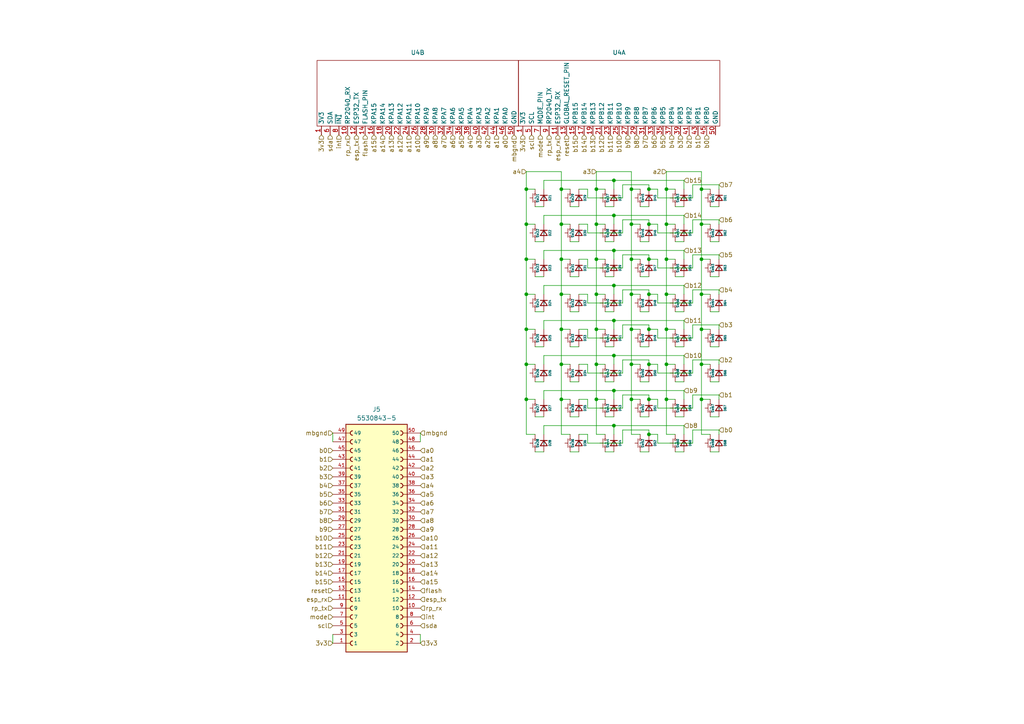
<source format=kicad_sch>
(kicad_sch (version 20230121) (generator eeschema)
  (paper "A4")
  (junction (at 178.054 92.964))
  (junction (at 152.654 115.824))
  (junction (at 193.294 75.184))
  (junction (at 203.454 65.024))
  (junction (at 183.134 54.864))
  (junction (at 203.454 54.864))
  (junction (at 183.134 105.664))
  (junction (at 183.134 85.344))
  (junction (at 152.654 85.344))
  (junction (at 188.214 125.984))
  (junction (at 193.294 105.664))
  (junction (at 162.814 95.504))
  (junction (at 172.974 75.184))
  (junction (at 172.974 54.864))
  (junction (at 172.974 85.344))
  (junction (at 203.454 115.824))
  (junction (at 162.814 115.824))
  (junction (at 178.054 123.444))
  (junction (at 152.654 65.024))
  (junction (at 178.054 62.484))
  (junction (at 183.134 115.824))
  (junction (at 193.294 54.864))
  (junction (at 152.654 75.184))
  (junction (at 193.294 65.024))
  (junction (at 172.974 95.504))
  (junction (at 193.294 115.824))
  (junction (at 203.454 105.664))
  (junction (at 188.214 105.664))
  (junction (at 162.814 54.864))
  (junction (at 178.054 52.324))
  (junction (at 183.134 95.504))
  (junction (at 152.654 95.504))
  (junction (at 188.214 65.024))
  (junction (at 203.454 75.184))
  (junction (at 178.054 113.284))
  (junction (at 193.294 95.504))
  (junction (at 183.134 65.024))
  (junction (at 172.974 65.024))
  (junction (at 162.814 75.184))
  (junction (at 193.294 85.344))
  (junction (at 188.214 54.864))
  (junction (at 178.054 72.644))
  (junction (at 178.054 103.124))
  (junction (at 152.654 105.664))
  (junction (at 172.974 105.664))
  (junction (at 152.654 54.864))
  (junction (at 188.214 85.344))
  (junction (at 203.454 85.344))
  (junction (at 188.214 115.824))
  (junction (at 172.974 115.824))
  (junction (at 162.814 85.344))
  (junction (at 188.214 95.504))
  (junction (at 162.814 65.024))
  (junction (at 188.214 75.184))
  (junction (at 203.454 95.504))
  (junction (at 178.054 82.804))
  (junction (at 183.134 75.184))
  (junction (at 162.814 105.664))
  (wire (pts (xy 175.514 110.744) (xy 178.054 110.744)))
  (wire (pts (xy 157.734 113.284) (xy 157.734 115.824)))
  (wire (pts (xy 185.674 59.944) (xy 188.214 59.944)))
  (wire (pts (xy 185.674 110.744) (xy 188.214 110.744)))
  (wire (pts (xy 152.654 125.984) (xy 155.194 125.984)))
  (wire (pts (xy 200.914 108.204) (xy 200.914 104.394)))
  (wire (pts (xy 170.434 67.564) (xy 180.594 67.564)))
  (wire (pts (xy 203.454 54.864) (xy 203.454 65.024)))
  (wire (pts (xy 157.734 85.344) (xy 157.734 82.804)))
  (wire (pts (xy 208.534 73.914) (xy 208.534 75.184)))
  (wire (pts (xy 200.914 53.594) (xy 208.534 53.594)))
  (wire (pts (xy 178.054 62.484) (xy 157.734 62.484)))
  (wire (pts (xy 195.834 80.264) (xy 198.374 80.264)))
  (wire (pts (xy 183.134 75.184) (xy 185.674 75.184)))
  (wire (pts (xy 183.134 65.024) (xy 183.134 75.184)))
  (wire (pts (xy 162.814 75.184) (xy 165.354 75.184)))
  (wire (pts (xy 152.654 65.024) (xy 152.654 75.184)))
  (wire (pts (xy 167.894 65.024) (xy 170.434 65.024)))
  (wire (pts (xy 185.674 80.264) (xy 188.214 80.264)))
  (wire (pts (xy 190.754 105.664) (xy 190.754 108.204)))
  (wire (pts (xy 167.894 105.664) (xy 170.434 105.664)))
  (wire (pts (xy 167.894 75.184) (xy 170.434 75.184)))
  (wire (pts (xy 208.534 94.234) (xy 208.534 95.504)))
  (wire (pts (xy 190.754 85.344) (xy 190.754 87.884)))
  (wire (pts (xy 208.534 104.394) (xy 208.534 105.664)))
  (wire (pts (xy 178.054 123.444) (xy 198.374 123.444)))
  (wire (pts (xy 175.514 120.904) (xy 178.054 120.904)))
  (wire (pts (xy 190.754 95.504) (xy 190.754 98.044)))
  (wire (pts (xy 188.214 84.074) (xy 188.214 85.344)))
  (wire (pts (xy 170.434 57.404) (xy 180.594 57.404)))
  (wire (pts (xy 175.514 80.264) (xy 178.054 80.264)))
  (wire (pts (xy 180.594 98.044) (xy 180.594 94.234)))
  (wire (pts (xy 200.914 84.074) (xy 208.534 84.074)))
  (wire (pts (xy 167.894 85.344) (xy 170.434 85.344)))
  (wire (pts (xy 157.734 125.984) (xy 157.734 123.444)))
  (wire (pts (xy 152.654 105.664) (xy 152.654 115.824)))
  (wire (pts (xy 193.294 49.784) (xy 193.294 54.864)))
  (wire (pts (xy 162.814 85.344) (xy 165.354 85.344)))
  (wire (pts (xy 178.054 54.864) (xy 178.054 52.324)))
  (wire (pts (xy 203.454 65.024) (xy 205.994 65.024)))
  (wire (pts (xy 121.92 184.023) (xy 121.92 186.563)))
  (wire (pts (xy 152.654 49.784) (xy 152.654 54.864)))
  (wire (pts (xy 172.974 125.984) (xy 175.514 125.984)))
  (wire (pts (xy 165.354 100.584) (xy 167.894 100.584)))
  (wire (pts (xy 198.374 105.664) (xy 198.374 103.124)))
  (wire (pts (xy 188.214 73.914) (xy 188.214 75.184)))
  (wire (pts (xy 178.054 103.124) (xy 178.054 105.664)))
  (wire (pts (xy 183.134 54.864) (xy 183.134 49.784)))
  (wire (pts (xy 198.374 92.964) (xy 178.054 92.964)))
  (wire (pts (xy 170.434 128.524) (xy 180.594 128.524)))
  (wire (pts (xy 188.214 54.864) (xy 190.754 54.864)))
  (wire (pts (xy 193.294 105.664) (xy 195.834 105.664)))
  (wire (pts (xy 180.594 84.074) (xy 188.214 84.074)))
  (wire (pts (xy 190.754 118.364) (xy 200.914 118.364)))
  (wire (pts (xy 190.754 65.024) (xy 190.754 67.564)))
  (wire (pts (xy 190.754 108.204) (xy 200.914 108.204)))
  (wire (pts (xy 165.354 110.744) (xy 167.894 110.744)))
  (wire (pts (xy 198.374 75.184) (xy 198.374 72.644)))
  (wire (pts (xy 188.214 105.664) (xy 190.754 105.664)))
  (wire (pts (xy 190.754 115.824) (xy 190.754 118.364)))
  (wire (pts (xy 162.814 105.664) (xy 165.354 105.664)))
  (wire (pts (xy 185.674 131.064) (xy 188.214 131.064)))
  (wire (pts (xy 172.974 65.024) (xy 175.514 65.024)))
  (wire (pts (xy 188.214 65.024) (xy 190.754 65.024)))
  (wire (pts (xy 175.514 59.944) (xy 178.054 59.944)))
  (wire (pts (xy 195.834 131.064) (xy 198.374 131.064)))
  (wire (pts (xy 183.134 105.664) (xy 185.674 105.664)))
  (wire (pts (xy 203.454 125.984) (xy 205.994 125.984)))
  (wire (pts (xy 170.434 118.364) (xy 180.594 118.364)))
  (wire (pts (xy 203.454 115.824) (xy 203.454 125.984)))
  (wire (pts (xy 152.654 54.864) (xy 152.654 65.024)))
  (wire (pts (xy 205.994 54.864) (xy 203.454 54.864)))
  (wire (pts (xy 195.834 110.744) (xy 198.374 110.744)))
  (wire (pts (xy 198.374 65.024) (xy 198.374 62.484)))
  (wire (pts (xy 180.594 124.714) (xy 188.214 124.714)))
  (wire (pts (xy 198.374 95.504) (xy 198.374 92.964)))
  (wire (pts (xy 205.994 100.584) (xy 208.534 100.584)))
  (wire (pts (xy 157.734 52.324) (xy 178.054 52.324)))
  (wire (pts (xy 208.534 84.074) (xy 208.534 85.344)))
  (wire (pts (xy 167.894 115.824) (xy 170.434 115.824)))
  (wire (pts (xy 203.454 54.864) (xy 203.454 49.784)))
  (wire (pts (xy 170.434 77.724) (xy 180.594 77.724)))
  (wire (pts (xy 172.974 65.024) (xy 172.974 75.184)))
  (wire (pts (xy 165.354 120.904) (xy 167.894 120.904)))
  (wire (pts (xy 155.194 54.864) (xy 152.654 54.864)))
  (wire (pts (xy 190.754 87.884) (xy 200.914 87.884)))
  (wire (pts (xy 193.294 105.664) (xy 193.294 115.824)))
  (wire (pts (xy 170.434 85.344) (xy 170.434 87.884)))
  (wire (pts (xy 203.454 95.504) (xy 205.994 95.504)))
  (wire (pts (xy 180.594 118.364) (xy 180.594 114.554)))
  (wire (pts (xy 208.534 63.754) (xy 208.534 65.024)))
  (wire (pts (xy 193.294 95.504) (xy 195.834 95.504)))
  (wire (pts (xy 200.914 94.234) (xy 208.534 94.234)))
  (wire (pts (xy 188.214 95.504) (xy 190.754 95.504)))
  (wire (pts (xy 205.994 80.264) (xy 208.534 80.264)))
  (wire (pts (xy 183.134 105.664) (xy 183.134 115.824)))
  (wire (pts (xy 195.834 120.904) (xy 198.374 120.904)))
  (wire (pts (xy 172.974 115.824) (xy 172.974 125.984)))
  (wire (pts (xy 157.734 123.444) (xy 178.054 123.444)))
  (wire (pts (xy 157.734 92.964) (xy 157.734 95.504)))
  (wire (pts (xy 185.674 120.904) (xy 188.214 120.904)))
  (wire (pts (xy 195.834 54.864) (xy 193.294 54.864)))
  (wire (pts (xy 183.134 54.864) (xy 183.134 65.024)))
  (wire (pts (xy 178.054 65.024) (xy 178.054 62.484)))
  (wire (pts (xy 203.454 105.664) (xy 205.994 105.664)))
  (wire (pts (xy 170.434 108.204) (xy 180.594 108.204)))
  (wire (pts (xy 155.194 80.264) (xy 157.734 80.264)))
  (wire (pts (xy 183.134 115.824) (xy 183.134 125.984)))
  (wire (pts (xy 185.674 54.864) (xy 183.134 54.864)))
  (wire (pts (xy 178.054 92.964) (xy 157.734 92.964)))
  (wire (pts (xy 200.914 124.714) (xy 208.534 124.714)))
  (wire (pts (xy 188.214 53.594) (xy 188.214 54.864)))
  (wire (pts (xy 165.354 70.104) (xy 167.894 70.104)))
  (wire (pts (xy 180.594 63.754) (xy 188.214 63.754)))
  (wire (pts (xy 190.754 54.864) (xy 190.754 57.404)))
  (wire (pts (xy 188.214 124.714) (xy 188.214 125.984)))
  (wire (pts (xy 152.654 65.024) (xy 155.194 65.024)))
  (wire (pts (xy 200.914 118.364) (xy 200.914 114.554)))
  (wire (pts (xy 193.294 85.344) (xy 193.294 95.504)))
  (wire (pts (xy 208.534 124.714) (xy 208.534 125.984)))
  (wire (pts (xy 162.814 54.864) (xy 162.814 65.024)))
  (wire (pts (xy 205.994 90.424) (xy 208.534 90.424)))
  (wire (pts (xy 157.734 72.644) (xy 157.734 75.184)))
  (wire (pts (xy 183.134 65.024) (xy 185.674 65.024)))
  (wire (pts (xy 205.994 110.744) (xy 208.534 110.744)))
  (wire (pts (xy 180.594 104.394) (xy 188.214 104.394)))
  (wire (pts (xy 178.054 75.184) (xy 178.054 72.644)))
  (wire (pts (xy 152.654 115.824) (xy 152.654 125.984)))
  (wire (pts (xy 180.594 128.524) (xy 180.594 124.714)))
  (wire (pts (xy 152.654 105.664) (xy 155.194 105.664)))
  (wire (pts (xy 183.134 49.784) (xy 172.974 49.784)))
  (wire (pts (xy 203.454 75.184) (xy 205.994 75.184)))
  (wire (pts (xy 165.354 131.064) (xy 167.894 131.064)))
  (wire (pts (xy 170.434 87.884) (xy 180.594 87.884)))
  (wire (pts (xy 178.054 82.804) (xy 198.374 82.804)))
  (wire (pts (xy 175.514 70.104) (xy 178.054 70.104)))
  (wire (pts (xy 172.974 75.184) (xy 175.514 75.184)))
  (wire (pts (xy 162.814 85.344) (xy 162.814 95.504)))
  (wire (pts (xy 162.814 65.024) (xy 165.354 65.024)))
  (wire (pts (xy 180.594 73.914) (xy 188.214 73.914)))
  (wire (pts (xy 178.054 123.444) (xy 178.054 125.984)))
  (wire (pts (xy 200.914 104.394) (xy 208.534 104.394)))
  (wire (pts (xy 152.654 75.184) (xy 152.654 85.344)))
  (wire (pts (xy 162.814 75.184) (xy 162.814 85.344)))
  (wire (pts (xy 167.894 95.504) (xy 170.434 95.504)))
  (wire (pts (xy 193.294 75.184) (xy 193.294 85.344)))
  (wire (pts (xy 200.914 63.754) (xy 208.534 63.754)))
  (wire (pts (xy 170.434 95.504) (xy 170.434 98.044)))
  (wire (pts (xy 195.834 59.944) (xy 198.374 59.944)))
  (wire (pts (xy 198.374 85.344) (xy 198.374 82.804)))
  (wire (pts (xy 172.974 54.864) (xy 172.974 65.024)))
  (wire (pts (xy 152.654 95.504) (xy 155.194 95.504)))
  (wire (pts (xy 170.434 98.044) (xy 180.594 98.044)))
  (wire (pts (xy 203.454 95.504) (xy 203.454 105.664)))
  (wire (pts (xy 172.974 49.784) (xy 172.974 54.864)))
  (wire (pts (xy 200.914 57.404) (xy 200.914 53.594)))
  (wire (pts (xy 162.814 95.504) (xy 162.814 105.664)))
  (wire (pts (xy 180.594 94.234) (xy 188.214 94.234)))
  (wire (pts (xy 200.914 67.564) (xy 200.914 63.754)))
  (wire (pts (xy 185.674 100.584) (xy 188.214 100.584)))
  (wire (pts (xy 175.514 90.424) (xy 178.054 90.424)))
  (wire (pts (xy 172.974 75.184) (xy 172.974 85.344)))
  (wire (pts (xy 157.734 105.664) (xy 157.734 103.124)))
  (wire (pts (xy 155.194 110.744) (xy 157.734 110.744)))
  (wire (pts (xy 208.534 53.594) (xy 208.534 54.864)))
  (wire (pts (xy 193.294 65.024) (xy 193.294 75.184)))
  (wire (pts (xy 205.994 70.104) (xy 208.534 70.104)))
  (wire (pts (xy 185.674 70.104) (xy 188.214 70.104)))
  (wire (pts (xy 170.434 125.984) (xy 170.434 128.524)))
  (wire (pts (xy 172.974 85.344) (xy 175.514 85.344)))
  (wire (pts (xy 190.754 75.184) (xy 190.754 77.724)))
  (wire (pts (xy 172.974 85.344) (xy 172.974 95.504)))
  (wire (pts (xy 193.294 95.504) (xy 193.294 105.664)))
  (wire (pts (xy 170.434 54.864) (xy 170.434 57.404)))
  (wire (pts (xy 152.654 85.344) (xy 152.654 95.504)))
  (wire (pts (xy 162.814 125.984) (xy 165.354 125.984)))
  (wire (pts (xy 203.454 65.024) (xy 203.454 75.184)))
  (wire (pts (xy 188.214 115.824) (xy 190.754 115.824)))
  (wire (pts (xy 170.434 115.824) (xy 170.434 118.364)))
  (wire (pts (xy 203.454 115.824) (xy 205.994 115.824)))
  (wire (pts (xy 183.134 95.504) (xy 185.674 95.504)))
  (wire (pts (xy 96.52 184.023) (xy 96.52 186.563)))
  (wire (pts (xy 193.294 54.864) (xy 193.294 65.024)))
  (wire (pts (xy 178.054 115.824) (xy 178.054 113.284)))
  (wire (pts (xy 188.214 114.554) (xy 188.214 115.824)))
  (wire (pts (xy 162.814 115.824) (xy 162.814 125.984)))
  (wire (pts (xy 155.194 100.584) (xy 157.734 100.584)))
  (wire (pts (xy 203.454 105.664) (xy 203.454 115.824)))
  (wire (pts (xy 190.754 67.564) (xy 200.914 67.564)))
  (wire (pts (xy 185.674 90.424) (xy 188.214 90.424)))
  (wire (pts (xy 175.514 131.064) (xy 178.054 131.064)))
  (wire (pts (xy 162.814 54.864) (xy 162.814 49.784)))
  (wire (pts (xy 198.374 72.644) (xy 178.054 72.644)))
  (wire (pts (xy 172.974 105.664) (xy 172.974 115.824)))
  (wire (pts (xy 200.914 77.724) (xy 200.914 73.914)))
  (wire (pts (xy 205.994 131.064) (xy 208.534 131.064)))
  (wire (pts (xy 200.914 128.524) (xy 200.914 124.714)))
  (wire (pts (xy 188.214 63.754) (xy 188.214 65.024)))
  (wire (pts (xy 200.914 87.884) (xy 200.914 84.074)))
  (wire (pts (xy 193.294 125.984) (xy 195.834 125.984)))
  (wire (pts (xy 96.52 125.603) (xy 96.52 128.143)))
  (wire (pts (xy 200.914 98.044) (xy 200.914 94.234)))
  (wire (pts (xy 195.834 70.104) (xy 198.374 70.104)))
  (wire (pts (xy 183.134 85.344) (xy 183.134 95.504)))
  (wire (pts (xy 172.974 105.664) (xy 175.514 105.664)))
  (wire (pts (xy 155.194 131.064) (xy 157.734 131.064)))
  (wire (pts (xy 190.754 98.044) (xy 200.914 98.044)))
  (wire (pts (xy 190.754 57.404) (xy 200.914 57.404)))
  (wire (pts (xy 178.054 103.124) (xy 198.374 103.124)))
  (wire (pts (xy 155.194 59.944) (xy 157.734 59.944)))
  (wire (pts (xy 172.974 115.824) (xy 175.514 115.824)))
  (wire (pts (xy 172.974 95.504) (xy 175.514 95.504)))
  (wire (pts (xy 188.214 85.344) (xy 190.754 85.344)))
  (wire (pts (xy 152.654 115.824) (xy 155.194 115.824)))
  (wire (pts (xy 152.654 85.344) (xy 155.194 85.344)))
  (wire (pts (xy 178.054 113.284) (xy 157.734 113.284)))
  (wire (pts (xy 178.054 52.324) (xy 198.374 52.324)))
  (wire (pts (xy 198.374 62.484) (xy 178.054 62.484)))
  (wire (pts (xy 155.194 120.904) (xy 157.734 120.904)))
  (wire (pts (xy 203.454 75.184) (xy 203.454 85.344)))
  (wire (pts (xy 195.834 90.424) (xy 198.374 90.424)))
  (wire (pts (xy 183.134 125.984) (xy 185.674 125.984)))
  (wire (pts (xy 162.814 49.784) (xy 152.654 49.784)))
  (wire (pts (xy 165.354 80.264) (xy 167.894 80.264)))
  (wire (pts (xy 170.434 105.664) (xy 170.434 108.204)))
  (wire (pts (xy 178.054 82.804) (xy 178.054 85.344)))
  (wire (pts (xy 200.914 73.914) (xy 208.534 73.914)))
  (wire (pts (xy 190.754 77.724) (xy 200.914 77.724)))
  (wire (pts (xy 162.814 65.024) (xy 162.814 75.184)))
  (wire (pts (xy 193.294 65.024) (xy 195.834 65.024)))
  (wire (pts (xy 198.374 52.324) (xy 198.374 54.864)))
  (wire (pts (xy 198.374 113.284) (xy 198.374 115.824)))
  (wire (pts (xy 165.354 59.944) (xy 167.894 59.944)))
  (wire (pts (xy 165.354 90.424) (xy 167.894 90.424)))
  (wire (pts (xy 198.374 125.984) (xy 198.374 123.444)))
  (wire (pts (xy 178.054 92.964) (xy 178.054 95.504)))
  (wire (pts (xy 190.754 128.524) (xy 200.914 128.524)))
  (wire (pts (xy 167.894 125.984) (xy 170.434 125.984)))
  (wire (pts (xy 188.214 104.394) (xy 188.214 105.664)))
  (wire (pts (xy 208.534 114.554) (xy 208.534 115.824)))
  (wire (pts (xy 175.514 100.584) (xy 178.054 100.584)))
  (wire (pts (xy 183.134 115.824) (xy 185.674 115.824)))
  (wire (pts (xy 180.594 57.404) (xy 180.594 53.594)))
  (wire (pts (xy 193.294 75.184) (xy 195.834 75.184)))
  (wire (pts (xy 155.194 70.104) (xy 157.734 70.104)))
  (wire (pts (xy 195.834 100.584) (xy 198.374 100.584)))
  (wire (pts (xy 157.734 62.484) (xy 157.734 65.024)))
  (wire (pts (xy 170.434 75.184) (xy 170.434 77.724)))
  (wire (pts (xy 172.974 95.504) (xy 172.974 105.664)))
  (wire (pts (xy 162.814 105.664) (xy 162.814 115.824)))
  (wire (pts (xy 121.92 125.603) (xy 121.92 128.143)))
  (wire (pts (xy 205.994 120.904) (xy 208.534 120.904)))
  (wire (pts (xy 203.454 85.344) (xy 203.454 95.504)))
  (wire (pts (xy 183.134 95.504) (xy 183.134 105.664)))
  (wire (pts (xy 157.734 103.124) (xy 178.054 103.124)))
  (wire (pts (xy 193.294 115.824) (xy 193.294 125.984)))
  (wire (pts (xy 162.814 95.504) (xy 165.354 95.504)))
  (wire (pts (xy 152.654 75.184) (xy 155.194 75.184)))
  (wire (pts (xy 180.594 108.204) (xy 180.594 104.394)))
  (wire (pts (xy 188.214 75.184) (xy 190.754 75.184)))
  (wire (pts (xy 193.294 85.344) (xy 195.834 85.344)))
  (wire (pts (xy 183.134 75.184) (xy 183.134 85.344)))
  (wire (pts (xy 180.594 87.884) (xy 180.594 84.074)))
  (wire (pts (xy 203.454 85.344) (xy 205.994 85.344)))
  (wire (pts (xy 188.214 94.234) (xy 188.214 95.504)))
  (wire (pts (xy 180.594 53.594) (xy 188.214 53.594)))
  (wire (pts (xy 175.514 54.864) (xy 172.974 54.864)))
  (wire (pts (xy 203.454 49.784) (xy 193.294 49.784)))
  (wire (pts (xy 167.894 54.864) (xy 170.434 54.864)))
  (wire (pts (xy 178.054 72.644) (xy 157.734 72.644)))
  (wire (pts (xy 180.594 67.564) (xy 180.594 63.754)))
  (wire (pts (xy 155.194 90.424) (xy 157.734 90.424)))
  (wire (pts (xy 200.914 114.554) (xy 208.534 114.554)))
  (wire (pts (xy 152.654 95.504) (xy 152.654 105.664)))
  (wire (pts (xy 162.814 115.824) (xy 165.354 115.824)))
  (wire (pts (xy 180.594 77.724) (xy 180.594 73.914)))
  (wire (pts (xy 188.214 125.984) (xy 190.754 125.984)))
  (wire (pts (xy 157.734 82.804) (xy 178.054 82.804)))
  (wire (pts (xy 193.294 115.824) (xy 195.834 115.824)))
  (wire (pts (xy 170.434 65.024) (xy 170.434 67.564)))
  (wire (pts (xy 183.134 85.344) (xy 185.674 85.344)))
  (wire (pts (xy 198.374 113.284) (xy 178.054 113.284)))
  (wire (pts (xy 205.994 59.944) (xy 208.534 59.944)))
  (wire (pts (xy 157.734 54.864) (xy 157.734 52.324)))
  (wire (pts (xy 180.594 114.554) (xy 188.214 114.554)))
  (wire (pts (xy 165.354 54.864) (xy 162.814 54.864)))
  (wire (pts (xy 190.754 125.984) (xy 190.754 128.524)))
  (hierarchical_label "a14" (shape input) (at 121.92 166.243 0))
  (hierarchical_label "b5" (shape input) (at 192.278 39.116 270))
  (hierarchical_label "a5" (shape input) (at 121.92 143.383 0))
  (hierarchical_label "mode" (shape input) (at 96.52 178.943 180))
  (hierarchical_label "a13" (shape input) (at 113.538 39.116 270))
  (hierarchical_label "reset" (shape input) (at 96.52 171.323 180))
  (hierarchical_label "b6" (shape input) (at 208.534 63.754 0))
  (hierarchical_label "a11" (shape input) (at 118.618 39.116 270))
  (hierarchical_label "b11" (shape input) (at 96.52 158.623 180))
  (hierarchical_label "a4" (shape input) (at 136.398 39.116 270))
  (hierarchical_label "b4" (shape input) (at 208.534 84.074 0))
  (hierarchical_label "scl" (shape input) (at 96.52 181.483 180))
  (hierarchical_label "a13" (shape input) (at 121.92 163.703 0))
  (hierarchical_label "a1" (shape input) (at 121.92 133.223 0))
  (hierarchical_label "b9" (shape input) (at 96.52 153.543 180))
  (hierarchical_label "b13" (shape input) (at 171.958 39.116 270))
  (hierarchical_label "b3" (shape input) (at 197.358 39.116 270))
  (hierarchical_label "a2" (shape input) (at 121.92 135.763 0))
  (hierarchical_label "b2" (shape input) (at 208.534 104.394 0))
  (hierarchical_label "b3" (shape input) (at 96.52 138.303 180))
  (hierarchical_label "b4" (shape input) (at 96.52 140.843 180))
  (hierarchical_label "a5" (shape input) (at 133.858 39.116 270))
  (hierarchical_label "b13" (shape input) (at 198.374 72.644 0))
  (hierarchical_label "b0" (shape input) (at 204.978 39.116 270))
  (hierarchical_label "a6" (shape input) (at 131.318 39.116 270))
  (hierarchical_label "a8" (shape input) (at 121.92 151.003 0))
  (hierarchical_label "mode" (shape input) (at 156.718 39.116 270))
  (hierarchical_label "mbgnd" (shape input) (at 149.098 39.116 270))
  (hierarchical_label "a3" (shape input) (at 121.92 138.303 0))
  (hierarchical_label "esp_rx" (shape input) (at 161.798 39.116 270))
  (hierarchical_label "a15" (shape input) (at 121.92 168.783 0))
  (hierarchical_label "3v3" (shape input) (at 93.218 39.116 270))
  (hierarchical_label "b13" (shape input) (at 96.52 163.703 180))
  (hierarchical_label "flash" (shape input) (at 121.92 171.323 0))
  (hierarchical_label "a15" (shape input) (at 108.458 39.116 270))
  (hierarchical_label "a7" (shape input) (at 121.92 148.463 0))
  (hierarchical_label "rp_tx" (shape input) (at 159.258 39.116 270))
  (hierarchical_label "a10" (shape input) (at 121.158 39.116 270))
  (hierarchical_label "b15" (shape input) (at 198.374 52.324 0))
  (hierarchical_label "a2" (shape input) (at 193.294 49.784 180))
  (hierarchical_label "a9" (shape input) (at 123.698 39.116 270))
  (hierarchical_label "flash" (shape input) (at 105.918 39.116 270))
  (hierarchical_label "a9" (shape input) (at 121.92 153.543 0))
  (hierarchical_label "a3" (shape input) (at 138.938 39.116 270))
  (hierarchical_label "b11" (shape input) (at 198.374 92.964 0))
  (hierarchical_label "b15" (shape input) (at 166.878 39.116 270))
  (hierarchical_label "b4" (shape input) (at 194.818 39.116 270))
  (hierarchical_label "b15" (shape input) (at 96.52 168.783 180))
  (hierarchical_label "scl" (shape input) (at 154.178 39.116 270))
  (hierarchical_label "b11" (shape input) (at 177.038 39.116 270))
  (hierarchical_label "a7" (shape input) (at 128.778 39.116 270))
  (hierarchical_label "b5" (shape input) (at 96.52 143.383 180))
  (hierarchical_label "int" (shape input) (at 121.92 178.943 0))
  (hierarchical_label "a4" (shape input) (at 121.92 140.843 0))
  (hierarchical_label "b12" (shape input) (at 174.498 39.116 270))
  (hierarchical_label "b9" (shape input) (at 198.374 113.284 0))
  (hierarchical_label "rp_tx" (shape input) (at 96.52 176.403 180))
  (hierarchical_label "b2" (shape input) (at 199.898 39.116 270))
  (hierarchical_label "a2" (shape input) (at 141.478 39.116 270))
  (hierarchical_label "b5" (shape input) (at 208.534 73.914 0))
  (hierarchical_label "a1" (shape input) (at 144.018 39.116 270))
  (hierarchical_label "rp_rx" (shape input) (at 100.838 39.116 270))
  (hierarchical_label "b6" (shape input) (at 189.738 39.116 270))
  (hierarchical_label "3v3" (shape input) (at 121.92 186.563 0))
  (hierarchical_label "sda" (shape input) (at 121.92 181.483 0))
  (hierarchical_label "b10" (shape input) (at 96.52 156.083 180))
  (hierarchical_label "a11" (shape input) (at 121.92 158.623 0))
  (hierarchical_label "b14" (shape input) (at 198.374 62.484 0))
  (hierarchical_label "a0" (shape input) (at 146.558 39.116 270))
  (hierarchical_label "b7" (shape input) (at 208.534 53.594 0))
  (hierarchical_label "b1" (shape input) (at 202.438 39.116 270))
  (hierarchical_label "sda" (shape input) (at 95.758 39.116 270))
  (hierarchical_label "a12" (shape input) (at 121.92 161.163 0))
  (hierarchical_label "b7" (shape input) (at 187.198 39.116 270))
  (hierarchical_label "b2" (shape input) (at 96.52 135.763 180))
  (hierarchical_label "3v3" (shape input) (at 96.52 186.563 180))
  (hierarchical_label "b8" (shape input) (at 184.658 39.116 270))
  (hierarchical_label "b0" (shape input) (at 208.534 124.714 0))
  (hierarchical_label "b10" (shape input) (at 198.374 103.124 0))
  (hierarchical_label "b8" (shape input) (at 96.52 151.003 180))
  (hierarchical_label "b1" (shape input) (at 96.52 133.223 180))
  (hierarchical_label "b12" (shape input) (at 96.52 161.163 180))
  (hierarchical_label "b1" (shape input) (at 208.534 114.554 0))
  (hierarchical_label "esp_tx" (shape input) (at 121.92 173.863 0))
  (hierarchical_label "b14" (shape input) (at 169.418 39.116 270))
  (hierarchical_label "esp_rx" (shape input) (at 96.52 173.863 180))
  (hierarchical_label "a10" (shape input) (at 121.92 156.083 0))
  (hierarchical_label "b12" (shape input) (at 198.374 82.804 0))
  (hierarchical_label "esp_tx" (shape input) (at 103.378 39.116 270))
  (hierarchical_label "a3" (shape input) (at 172.974 49.784 180))
  (hierarchical_label "b14" (shape input) (at 96.52 166.243 180))
  (hierarchical_label "rp_rx" (shape input) (at 121.92 176.403 0))
  (hierarchical_label "b9" (shape input) (at 182.118 39.116 270))
  (hierarchical_label "mbgnd" (shape input) (at 121.92 125.603 0))
  (hierarchical_label "a8" (shape input) (at 126.238 39.116 270))
  (hierarchical_label "a6" (shape input) (at 121.92 145.923 0))
  (hierarchical_label "a14" (shape input) (at 110.998 39.116 270))
  (hierarchical_label "a4" (shape input) (at 152.654 49.784 180))
  (hierarchical_label "b6" (shape input) (at 96.52 145.923 180))
  (hierarchical_label "b8" (shape input) (at 198.374 123.444 0))
  (hierarchical_label "b7" (shape input) (at 96.52 148.463 180))
  (hierarchical_label "b10" (shape input) (at 179.578 39.116 270))
  (hierarchical_label "a12" (shape input) (at 116.078 39.116 270))
  (hierarchical_label "b0" (shape input) (at 96.52 130.683 180))
  (hierarchical_label "int" (shape input) (at 98.298 39.116 270))
  (hierarchical_label "mbgnd" (shape input) (at 96.52 125.603 180))
  (hierarchical_label "reset" (shape input) (at 164.338 39.116 270))
  (hierarchical_label "b3" (shape input) (at 208.534 94.234 0))
  (hierarchical_label "a0" (shape input) (at 121.92 130.683 0))
  (hierarchical_label "3v3" (shape input) (at 151.638 39.116 270))
  (symbol (lib_name "diode_1") (lib_id "custom:diode") (at 208.534 128.524 270) (unit 1)
    (property "Reference" "D68" (at 210.312 128.524 0) (effects (font (size 0.635 0.635))))
    (property "Value" "~" (at 208.534 128.524 0))
    (property "Footprint" "footprints:SMA_SDS" (effects hide))
  )
  (symbol (lib_id "custom:SW_Push_Small") (at 205.994 118.364 90) (unit 1)
    (property "Reference" "SW67" (at 206.756 117.094 0) (effects (font (size 0.635 0.635)) (justify right)))
    (property "Value" "~" (at 205.994 118.364 0))
    (property "Footprint" "Button_Switch_SMD:SW_Tactile_SPST_NO_Straight_CK_PTS636Sx25SMTRLFS" (effects hide))
  )
  (symbol (lib_name "diode_1") (lib_id "custom:diode") (at 178.054 57.404 270) (unit 1)
    (property "Reference" "D37" (at 179.832 57.404 0) (effects (font (size 0.635 0.635))))
    (property "Value" "~" (at 178.054 57.404 0))
    (property "Footprint" "footprints:SMA_SDS" (effects hide))
  )
  (symbol (lib_id "custom:button") (at -26.67 36.322 0) (unit 1) (in_bom no) (on_board no) (dnp yes)
    (property "Reference" "SW1" (at -26.67 30.48 0))
    (property "Value" "KP_CTRL" (at -26.67 32.258 0))
    (property "Footprint" "Button_Switch_SMD:SW_Tactile_SPST_NO_Straight_CK_PTS636Sx25SMTRLFS" (effects hide))
    (property "Sim.Enable" "0" (effects hide))
  )
  (symbol (lib_name "diode_1") (lib_id "custom:diode") (at 167.894 57.404 270) (unit 1)
    (property "Reference" "D29" (at 169.672 57.404 0) (effects (font (size 0.635 0.635))))
    (property "Value" "~" (at 167.894 57.404 0))
    (property "Footprint" "footprints:SMA_SDS" (effects hide))
  )
  (symbol (lib_id "custom:SW_Push_Small") (at 205.994 57.404 90) (unit 1)
    (property "Reference" "SW61" (at 206.756 56.134 0) (effects (font (size 0.635 0.635)) (justify right)))
    (property "Value" "~" (at 205.994 57.404 0))
    (property "Footprint" "Button_Switch_SMD:SW_Tactile_SPST_NO_Straight_CK_PTS636Sx25SMTRLFS" (effects hide))
  )
  (symbol (lib_id "custom:SW_Push_Small") (at 185.674 57.404 90) (unit 1)
    (property "Reference" "SW45" (at 186.436 56.134 0) (effects (font (size 0.635 0.635)) (justify right)))
    (property "Value" "~" (at 185.674 57.404 0))
    (property "Footprint" "Button_Switch_SMD:SW_Tactile_SPST_NO_Straight_CK_PTS636Sx25SMTRLFS" (effects hide))
  )
  (symbol (lib_name "diode_1") (lib_id "custom:diode") (at 178.054 108.204 270) (unit 1)
    (property "Reference" "D42" (at 179.832 108.204 0) (effects (font (size 0.635 0.635))))
    (property "Value" "~" (at 178.054 108.204 0))
    (property "Footprint" "footprints:SMA_SDS" (effects hide))
  )
  (symbol (lib_name "diode_1") (lib_id "custom:diode") (at 208.534 108.204 270) (unit 1)
    (property "Reference" "D66" (at 210.312 108.204 0) (effects (font (size 0.635 0.635))))
    (property "Value" "~" (at 208.534 108.204 0))
    (property "Footprint" "footprints:SMA_SDS" (effects hide))
  )
  (symbol (lib_name "diode_1") (lib_id "custom:diode") (at 198.374 128.524 270) (unit 1)
    (property "Reference" "D60" (at 200.152 128.524 0) (effects (font (size 0.635 0.635))))
    (property "Value" "~" (at 198.374 128.524 0))
    (property "Footprint" "footprints:SMA_SDS" (effects hide))
  )
  (symbol (lib_id "5530843-5:5530843-5") (at 109.22 156.083 0) (mirror x) (unit 1)
    (property "Reference" "J5" (at 109.22 118.745 0))
    (property "Value" "5530843-5" (at 109.22 121.285 0))
    (property "Footprint" "5530843_5:edgeport" (effects hide))
    (property "PARTREV" "G1" (effects hide))
    (property "STANDARD" "Manufacturer Recommendations" (effects hide))
    (property "MAXIMUM_PACKAGE_HEIGHT" "15.5 mm" (effects hide))
    (property "MANUFACTURER" "TE Connectivity" (effects hide))
  )
  (symbol (lib_name "diode_1") (lib_id "custom:diode") (at 188.214 118.364 270) (unit 1)
    (property "Reference" "D51" (at 189.992 118.364 0) (effects (font (size 0.635 0.635))))
    (property "Value" "~" (at 188.214 118.364 0))
    (property "Footprint" "footprints:SMA_SDS" (effects hide))
  )
  (symbol (lib_id "custom:SW_Push_Small") (at 205.994 108.204 90) (unit 1)
    (property "Reference" "SW66" (at 206.756 106.934 0) (effects (font (size 0.635 0.635)) (justify right)))
    (property "Value" "~" (at 205.994 108.204 0))
    (property "Footprint" "Button_Switch_SMD:SW_Tactile_SPST_NO_Straight_CK_PTS636Sx25SMTRLFS" (effects hide))
  )
  (symbol (lib_id "custom:SW_Push_Small") (at 205.994 77.724 90) (unit 1)
    (property "Reference" "SW63" (at 206.756 76.454 0) (effects (font (size 0.635 0.635)) (justify right)))
    (property "Value" "~" (at 205.994 77.724 0))
    (property "Footprint" "Button_Switch_SMD:SW_Tactile_SPST_NO_Straight_CK_PTS636Sx25SMTRLFS" (effects hide))
  )
  (symbol (lib_id "custom:SW_Push_Small") (at 155.194 118.364 90) (unit 1)
    (property "Reference" "SW27" (at 155.956 117.094 0) (effects (font (size 0.635 0.635)) (justify right)))
    (property "Value" "~" (at 155.194 118.364 0))
    (property "Footprint" "Button_Switch_SMD:SW_Tactile_SPST_NO_Straight_CK_PTS636Sx25SMTRLFS" (effects hide))
  )
  (symbol (lib_id "custom:SW_Push_Small") (at 185.674 128.524 90) (unit 1)
    (property "Reference" "SW52" (at 186.436 127.254 0) (effects (font (size 0.635 0.635)) (justify right)))
    (property "Value" "~" (at 185.674 128.524 0))
    (property "Footprint" "Button_Switch_SMD:SW_Tactile_SPST_NO_Straight_CK_PTS636Sx25SMTRLFS" (effects hide))
  )
  (symbol (lib_id "custom:SW_Push_Small") (at 195.834 98.044 90) (unit 1)
    (property "Reference" "SW57" (at 196.596 96.774 0) (effects (font (size 0.635 0.635)) (justify right)))
    (property "Value" "~" (at 195.834 98.044 0))
    (property "Footprint" "Button_Switch_SMD:SW_Tactile_SPST_NO_Straight_CK_PTS636Sx25SMTRLFS" (effects hide))
  )
  (symbol (lib_id "custom:SW_Push_Small") (at 175.514 87.884 90) (unit 1)
    (property "Reference" "SW40" (at 176.276 86.614 0) (effects (font (size 0.635 0.635)) (justify right)))
    (property "Value" "~" (at 175.514 87.884 0))
    (property "Footprint" "Button_Switch_SMD:SW_Tactile_SPST_NO_Straight_CK_PTS636Sx25SMTRLFS" (effects hide))
  )
  (symbol (lib_name "diode_1") (lib_id "custom:diode") (at 178.054 77.724 270) (unit 1)
    (property "Reference" "D39" (at 179.832 77.724 0) (effects (font (size 0.635 0.635))))
    (property "Value" "~" (at 178.054 77.724 0))
    (property "Footprint" "footprints:SMA_SDS" (effects hide))
  )
  (symbol (lib_name "diode_1") (lib_id "custom:diode") (at 157.734 128.524 270) (unit 1)
    (property "Reference" "D28" (at 159.512 128.524 0) (effects (font (size 0.635 0.635))))
    (property "Value" "~" (at 157.734 128.524 0))
    (property "Footprint" "footprints:SMA_SDS" (effects hide))
  )
  (symbol (lib_id "custom:SW_Push_Small") (at 165.354 57.404 90) (unit 1)
    (property "Reference" "SW29" (at 166.116 56.134 0) (effects (font (size 0.635 0.635)) (justify right)))
    (property "Value" "~" (at 165.354 57.404 0))
    (property "Footprint" "Button_Switch_SMD:SW_Tactile_SPST_NO_Straight_CK_PTS636Sx25SMTRLFS" (effects hide))
  )
  (symbol (lib_id "custom:SW_Push_Small") (at 165.354 118.364 90) (unit 1)
    (property "Reference" "SW35" (at 166.116 117.094 0) (effects (font (size 0.635 0.635)) (justify right)))
    (property "Value" "~" (at 165.354 118.364 0))
    (property "Footprint" "Button_Switch_SMD:SW_Tactile_SPST_NO_Straight_CK_PTS636Sx25SMTRLFS" (effects hide))
  )
  (symbol (lib_name "diode_1") (lib_id "custom:diode") (at 178.054 87.884 270) (unit 1)
    (property "Reference" "D40" (at 179.832 87.884 0) (effects (font (size 0.635 0.635))))
    (property "Value" "~" (at 178.054 87.884 0))
    (property "Footprint" "footprints:SMA_SDS" (effects hide))
  )
  (symbol (lib_id "custom:SW_Push_Small") (at 175.514 67.564 90) (unit 1)
    (property "Reference" "SW38" (at 176.276 66.294 0) (effects (font (size 0.635 0.635)) (justify right)))
    (property "Value" "~" (at 175.514 67.564 0))
    (property "Footprint" "Button_Switch_SMD:SW_Tactile_SPST_NO_Straight_CK_PTS636Sx25SMTRLFS" (effects hide))
  )
  (symbol (lib_id "custom:SW_Push_Small") (at 185.674 77.724 90) (unit 1)
    (property "Reference" "SW47" (at 186.436 76.454 0) (effects (font (size 0.635 0.635)) (justify right)))
    (property "Value" "~" (at 185.674 77.724 0))
    (property "Footprint" "Button_Switch_SMD:SW_Tactile_SPST_NO_Straight_CK_PTS636Sx25SMTRLFS" (effects hide))
  )
  (symbol (lib_name "diode_1") (lib_id "custom:diode") (at 198.374 77.724 270) (unit 1)
    (property "Reference" "D55" (at 200.152 77.724 0) (effects (font (size 0.635 0.635))))
    (property "Value" "~" (at 198.374 77.724 0))
    (property "Footprint" "footprints:SMA_SDS" (effects hide))
  )
  (symbol (lib_name "diode_1") (lib_id "custom:diode") (at 208.534 87.884 270) (unit 1)
    (property "Reference" "D64" (at 210.312 87.884 0) (effects (font (size 0.635 0.635))))
    (property "Value" "~" (at 208.534 87.884 0))
    (property "Footprint" "footprints:SMA_SDS" (effects hide))
  )
  (symbol (lib_name "diode_1") (lib_id "custom:diode") (at 157.734 98.044 270) (unit 1)
    (property "Reference" "D25" (at 159.512 98.044 0) (effects (font (size 0.635 0.635))))
    (property "Value" "~" (at 157.734 98.044 0))
    (property "Footprint" "footprints:SMA_SDS" (effects hide))
  )
  (symbol (lib_id "custom:SW_Push_Small") (at 185.674 67.564 90) (unit 1)
    (property "Reference" "SW46" (at 186.436 66.294 0) (effects (font (size 0.635 0.635)) (justify right)))
    (property "Value" "~" (at 185.674 67.564 0))
    (property "Footprint" "Button_Switch_SMD:SW_Tactile_SPST_NO_Straight_CK_PTS636Sx25SMTRLFS" (effects hide))
  )
  (symbol (lib_id "custom:SW_Push_Small") (at 205.994 128.524 90) (unit 1)
    (property "Reference" "SW68" (at 206.756 127.254 0) (effects (font (size 0.635 0.635)) (justify right)))
    (property "Value" "~" (at 205.994 128.524 0))
    (property "Footprint" "Button_Switch_SMD:SW_Tactile_SPST_NO_Straight_CK_PTS636Sx25SMTRLFS" (effects hide))
  )
  (symbol (lib_id "custom:diode") (at -21.59 33.782 270) (unit 1) (dnp yes)
    (property "Reference" "D2" (at -17.78 32.512 90) (effects (justify left)))
    (property "Value" "D_Small" (effects hide))
    (property "Footprint" "footprints:SMA_SDS" (effects hide))
    (property "Sim.Device" "D" (effects hide))
    (property "Sim.Pins" "1=K 2=A" (effects hide))
    (property "Sim.Enable" "0" (effects hide))
  )
  (symbol (lib_id "custom:SW_Push_Small") (at 165.354 128.524 90) (unit 1)
    (property "Reference" "SW36" (at 166.116 127.254 0) (effects (font (size 0.635 0.635)) (justify right)))
    (property "Value" "~" (at 165.354 128.524 0))
    (property "Footprint" "Button_Switch_SMD:SW_Tactile_SPST_NO_Straight_CK_PTS636Sx25SMTRLFS" (effects hide))
  )
  (symbol (lib_name "diode_1") (lib_id "custom:diode") (at 157.734 67.564 270) (unit 1)
    (property "Reference" "D22" (at 159.512 67.564 0) (effects (font (size 0.635 0.635))))
    (property "Value" "~" (at 157.734 67.564 0))
    (property "Footprint" "footprints:SMA_SDS" (effects hide))
  )
  (symbol (lib_id "custom:SW_Push_Small") (at 165.354 98.044 90) (unit 1)
    (property "Reference" "SW33" (at 166.116 96.774 0) (effects (font (size 0.635 0.635)) (justify right)))
    (property "Value" "~" (at 165.354 98.044 0))
    (property "Footprint" "Button_Switch_SMD:SW_Tactile_SPST_NO_Straight_CK_PTS636Sx25SMTRLFS" (effects hide))
  )
  (symbol (lib_name "diode_1") (lib_id "custom:diode") (at 167.894 118.364 270) (unit 1)
    (property "Reference" "D35" (at 169.672 118.364 0) (effects (font (size 0.635 0.635))))
    (property "Value" "~" (at 167.894 118.364 0))
    (property "Footprint" "footprints:SMA_SDS" (effects hide))
  )
  (symbol (lib_name "diode_1") (lib_id "custom:diode") (at 157.734 118.364 270) (unit 1)
    (property "Reference" "D27" (at 159.512 118.364 0) (effects (font (size 0.635 0.635))))
    (property "Value" "~" (at 157.734 118.364 0))
    (property "Footprint" "footprints:SMA_SDS" (effects hide))
  )
  (symbol (lib_name "diode_1") (lib_id "custom:diode") (at 188.214 98.044 270) (unit 1)
    (property "Reference" "D49" (at 189.992 98.044 0) (effects (font (size 0.635 0.635))))
    (property "Value" "~" (at 188.214 98.044 0))
    (property "Footprint" "footprints:SMA_SDS" (effects hide))
  )
  (symbol (lib_id "custom:SW_Push_Small") (at 165.354 67.564 90) (unit 1)
    (property "Reference" "SW30" (at 166.116 66.294 0) (effects (font (size 0.635 0.635)) (justify right)))
    (property "Value" "~" (at 165.354 67.564 0))
    (property "Footprint" "Button_Switch_SMD:SW_Tactile_SPST_NO_Straight_CK_PTS636Sx25SMTRLFS" (effects hide))
  )
  (symbol (lib_id "custom:SW_Push_Small") (at 155.194 67.564 90) (unit 1)
    (property "Reference" "SW22" (at 155.956 66.294 0) (effects (font (size 0.635 0.635)) (justify right)))
    (property "Value" "~" (at 155.194 67.564 0))
    (property "Footprint" "Button_Switch_SMD:SW_Tactile_SPST_NO_Straight_CK_PTS636Sx25SMTRLFS" (effects hide))
  )
  (symbol (lib_id "custom:SW_Push_Small") (at 175.514 77.724 90) (unit 1)
    (property "Reference" "SW39" (at 176.276 76.454 0) (effects (font (size 0.635 0.635)) (justify right)))
    (property "Value" "~" (at 175.514 77.724 0))
    (property "Footprint" "Button_Switch_SMD:SW_Tactile_SPST_NO_Straight_CK_PTS636Sx25SMTRLFS" (effects hide))
  )
  (symbol (lib_name "diode_1") (lib_id "custom:diode") (at 198.374 108.204 270) (unit 1)
    (property "Reference" "D58" (at 200.152 108.204 0) (effects (font (size 0.635 0.635))))
    (property "Value" "~" (at 198.374 108.204 0))
    (property "Footprint" "footprints:SMA_SDS" (effects hide))
  )
  (symbol (lib_id "custom:SW_Push_Small") (at 205.994 98.044 90) (unit 1)
    (property "Reference" "SW65" (at 206.756 96.774 0) (effects (font (size 0.635 0.635)) (justify right)))
    (property "Value" "~" (at 205.994 98.044 0))
    (property "Footprint" "Button_Switch_SMD:SW_Tactile_SPST_NO_Straight_CK_PTS636Sx25SMTRLFS" (effects hide))
  )
  (symbol (lib_id "custom:SW_Push_Small") (at 155.194 128.524 90) (unit 1)
    (property "Reference" "SW28" (at 155.956 127.254 0) (effects (font (size 0.635 0.635)) (justify right)))
    (property "Value" "~" (at 155.194 128.524 0))
    (property "Footprint" "Button_Switch_SMD:SW_Tactile_SPST_NO_Straight_CK_PTS636Sx25SMTRLFS" (effects hide))
  )
  (symbol (lib_id "custom:SW_Push_Small") (at 195.834 77.724 90) (unit 1)
    (property "Reference" "SW55" (at 196.596 76.454 0) (effects (font (size 0.635 0.635)) (justify right)))
    (property "Value" "~" (at 195.834 77.724 0))
    (property "Footprint" "Button_Switch_SMD:SW_Tactile_SPST_NO_Straight_CK_PTS636Sx25SMTRLFS" (effects hide))
  )
  (symbol (lib_name "diode_1") (lib_id "custom:diode") (at 157.734 57.404 270) (unit 1)
    (property "Reference" "D21" (at 159.512 57.404 0) (effects (font (size 0.635 0.635))))
    (property "Value" "~" (at 157.734 57.404 0))
    (property "Footprint" "footprints:SMA_SDS" (effects hide))
  )
  (symbol (lib_name "diode_1") (lib_id "custom:diode") (at 167.894 108.204 270) (unit 1)
    (property "Reference" "D34" (at 169.672 108.204 0) (effects (font (size 0.635 0.635))))
    (property "Value" "~" (at 167.894 108.204 0))
    (property "Footprint" "footprints:SMA_SDS" (effects hide))
  )
  (symbol (lib_name "diode_1") (lib_id "custom:diode") (at 167.894 87.884 270) (unit 1)
    (property "Reference" "D32" (at 169.672 87.884 0) (effects (font (size 0.635 0.635))))
    (property "Value" "~" (at 167.894 87.884 0))
    (property "Footprint" "footprints:SMA_SDS" (effects hide))
  )
  (symbol (lib_id "custom:SW_Push_Small") (at 205.994 87.884 90) (unit 1)
    (property "Reference" "SW64" (at 206.756 86.614 0) (effects (font (size 0.635 0.635)) (justify right)))
    (property "Value" "~" (at 205.994 87.884 0))
    (property "Footprint" "Button_Switch_SMD:SW_Tactile_SPST_NO_Straight_CK_PTS636Sx25SMTRLFS" (effects hide))
  )
  (symbol (lib_id "custom:SW_Push_Small") (at 175.514 128.524 90) (unit 1)
    (property "Reference" "SW44" (at 176.276 127.254 0) (effects (font (size 0.635 0.635)) (justify right)))
    (property "Value" "~" (at 175.514 128.524 0))
    (property "Footprint" "Button_Switch_SMD:SW_Tactile_SPST_NO_Straight_CK_PTS636Sx25SMTRLFS" (effects hide))
  )
  (symbol (lib_id "custom:SW_Push_Small") (at 185.674 98.044 90) (unit 1)
    (property "Reference" "SW49" (at 186.436 96.774 0) (effects (font (size 0.635 0.635)) (justify right)))
    (property "Value" "~" (at 185.674 98.044 0))
    (property "Footprint" "Button_Switch_SMD:SW_Tactile_SPST_NO_Straight_CK_PTS636Sx25SMTRLFS" (effects hide))
  )
  (symbol (lib_id "custom:edge-connector") (at 121.158 27.051 90) (unit 2)
    (property "Reference" "U4" (at 121.158 15.24 90))
    (property "Value" "~" (at 98.9164 33.6313 0))
    (property "Footprint" "5530843_5:edge" (effects hide))
  )
  (symbol (lib_name "diode_1") (lib_id "custom:diode") (at 157.734 77.724 270) (unit 1)
    (property "Reference" "D23" (at 159.512 77.724 0) (effects (font (size 0.635 0.635))))
    (property "Value" "~" (at 157.734 77.724 0))
    (property "Footprint" "footprints:SMA_SDS" (effects hide))
  )
  (symbol (lib_name "diode_1") (lib_id "custom:diode") (at 188.214 77.724 270) (unit 1)
    (property "Reference" "D47" (at 189.992 77.724 0) (effects (font (size 0.635 0.635))))
    (property "Value" "~" (at 188.214 77.724 0))
    (property "Footprint" "footprints:SMA_SDS" (effects hide))
  )
  (symbol (lib_id "custom:SW_Push_Small") (at 165.354 108.204 90) (unit 1)
    (property "Reference" "SW34" (at 166.116 106.934 0) (effects (font (size 0.635 0.635)) (justify right)))
    (property "Value" "~" (at 165.354 108.204 0))
    (property "Footprint" "Button_Switch_SMD:SW_Tactile_SPST_NO_Straight_CK_PTS636Sx25SMTRLFS" (effects hide))
  )
  (symbol (lib_id "custom:edge-connector") (at 179.578 27.051 90) (unit 1)
    (property "Reference" "U4" (at 179.578 15.24 90))
    (property "Value" "~" (at 157.3364 33.6313 0))
    (property "Footprint" "5530843_5:edge" (effects hide))
  )
  (symbol (lib_id "custom:SW_Push_Small") (at 185.674 118.364 90) (unit 1)
    (property "Reference" "SW51" (at 186.436 117.094 0) (effects (font (size 0.635 0.635)) (justify right)))
    (property "Value" "~" (at 185.674 118.364 0))
    (property "Footprint" "Button_Switch_SMD:SW_Tactile_SPST_NO_Straight_CK_PTS636Sx25SMTRLFS" (effects hide))
  )
  (symbol (lib_name "diode_1") (lib_id "custom:diode") (at 157.734 108.204 270) (unit 1)
    (property "Reference" "D26" (at 159.512 108.204 0) (effects (font (size 0.635 0.635))))
    (property "Value" "~" (at 157.734 108.204 0))
    (property "Footprint" "footprints:SMA_SDS" (effects hide))
  )
  (symbol (lib_id "custom:SW_Push_Small") (at 185.674 87.884 90) (unit 1)
    (property "Reference" "SW48" (at 186.436 86.614 0) (effects (font (size 0.635 0.635)) (justify right)))
    (property "Value" "~" (at 185.674 87.884 0))
    (property "Footprint" "Button_Switch_SMD:SW_Tactile_SPST_NO_Straight_CK_PTS636Sx25SMTRLFS" (effects hide))
  )
  (symbol (lib_name "diode_1") (lib_id "custom:diode") (at 208.534 77.724 270) (unit 1)
    (property "Reference" "D63" (at 210.312 77.724 0) (effects (font (size 0.635 0.635))))
    (property "Value" "~" (at 208.534 77.724 0))
    (property "Footprint" "footprints:SMA_SDS" (effects hide))
  )
  (symbol (lib_id "custom:SW_Push_Small") (at 175.514 108.204 90) (unit 1)
    (property "Reference" "SW42" (at 176.276 106.934 0) (effects (font (size 0.635 0.635)) (justify right)))
    (property "Value" "~" (at 175.514 108.204 0))
    (property "Footprint" "Button_Switch_SMD:SW_Tactile_SPST_NO_Straight_CK_PTS636Sx25SMTRLFS" (effects hide))
  )
  (symbol (lib_id "custom:SW_Push_Small") (at 155.194 57.404 90) (unit 1)
    (property "Reference" "SW21" (at 155.956 56.134 0) (effects (font (size 0.635 0.635)) (justify right)))
    (property "Value" "~" (at 155.194 57.404 0))
    (property "Footprint" "Button_Switch_SMD:SW_Tactile_SPST_NO_Straight_CK_PTS636Sx25SMTRLFS" (effects hide))
  )
  (symbol (lib_name "diode_1") (lib_id "custom:diode") (at 208.534 98.044 270) (unit 1)
    (property "Reference" "D65" (at 210.312 98.044 0) (effects (font (size 0.635 0.635))))
    (property "Value" "~" (at 208.534 98.044 0))
    (property "Footprint" "footprints:SMA_SDS" (effects hide))
  )
  (symbol (lib_id "custom:SW_Push_Small") (at 195.834 57.404 90) (unit 1)
    (property "Reference" "SW53" (at 196.596 56.134 0) (effects (font (size 0.635 0.635)) (justify right)))
    (property "Value" "~" (at 195.834 57.404 0))
    (property "Footprint" "Button_Switch_SMD:SW_Tactile_SPST_NO_Straight_CK_PTS636Sx25SMTRLFS" (effects hide))
  )
  (symbol (lib_id "custom:SW_Push_Small") (at 185.674 108.204 90) (unit 1)
    (property "Reference" "SW50" (at 186.436 106.934 0) (effects (font (size 0.635 0.635)) (justify right)))
    (property "Value" "~" (at 185.674 108.204 0))
    (property "Footprint" "Button_Switch_SMD:SW_Tactile_SPST_NO_Straight_CK_PTS636Sx25SMTRLFS" (effects hide))
  )
  (symbol (lib_name "diode_1") (lib_id "custom:diode") (at 178.054 67.564 270) (unit 1)
    (property "Reference" "D38" (at 179.832 67.564 0) (effects (font (size 0.635 0.635))))
    (property "Value" "~" (at 178.054 67.564 0))
    (property "Footprint" "footprints:SMA_SDS" (effects hide))
  )
  (symbol (lib_name "diode_1") (lib_id "custom:diode") (at 188.214 67.564 270) (unit 1)
    (property "Reference" "D46" (at 189.992 67.564 0) (effects (font (size 0.635 0.635))))
    (property "Value" "~" (at 188.214 67.564 0))
    (property "Footprint" "footprints:SMA_SDS" (effects hide))
  )
  (symbol (lib_name "diode_1") (lib_id "custom:diode") (at 188.214 128.524 270) (unit 1)
    (property "Reference" "D52" (at 189.992 128.524 0) (effects (font (size 0.635 0.635))))
    (property "Value" "~" (at 188.214 128.524 0))
    (property "Footprint" "footprints:SMA_SDS" (effects hide))
  )
  (symbol (lib_name "diode_1") (lib_id "custom:diode") (at 178.054 128.524 270) (unit 1)
    (property "Reference" "D44" (at 179.832 128.524 0) (effects (font (size 0.635 0.635))))
    (property "Value" "~" (at 178.054 128.524 0))
    (property "Footprint" "footprints:SMA_SDS" (effects hide))
  )
  (symbol (lib_name "diode_1") (lib_id "custom:diode") (at 198.374 118.364 270) (unit 1)
    (property "Reference" "D59" (at 200.152 118.364 0) (effects (font (size 0.635 0.635))))
    (property "Value" "~" (at 198.374 118.364 0))
    (property "Footprint" "footprints:SMA_SDS" (effects hide))
  )
  (symbol (lib_name "diode_1") (lib_id "custom:diode") (at 178.054 118.364 270) (unit 1)
    (property "Reference" "D43" (at 179.832 118.364 0) (effects (font (size 0.635 0.635))))
    (property "Value" "~" (at 178.054 118.364 0))
    (property "Footprint" "footprints:SMA_SDS" (effects hide))
  )
  (symbol (lib_id "custom:diode") (at -19.05 46.99 270) (unit 1) (dnp yes)
    (property "Reference" "D3" (at -17.272 46.99 0) (effects (font (size 0.635 0.635))))
    (property "Value" "D_Small" (effects hide))
    (property "Footprint" "footprints:SMA_SDS" (effects hide))
    (property "Sim.Device" "D" (effects hide))
    (property "Sim.Pins" "1=K 2=A" (effects hide))
    (property "Sim.Enable" "0" (effects hide))
  )
  (symbol (lib_name "diode_1") (lib_id "custom:diode") (at 167.894 98.044 270) (unit 1)
    (property "Reference" "D33" (at 169.672 98.044 0) (effects (font (size 0.635 0.635))))
    (property "Value" "~" (at 167.894 98.044 0))
    (property "Footprint" "footprints:SMA_SDS" (effects hide))
  )
  (symbol (lib_name "diode_1") (lib_id "custom:diode") (at 167.894 128.524 270) (unit 1)
    (property "Reference" "D36" (at 169.672 128.524 0) (effects (font (size 0.635 0.635))))
    (property "Value" "~" (at 167.894 128.524 0))
    (property "Footprint" "footprints:SMA_SDS" (effects hide))
  )
  (symbol (lib_name "diode_1") (lib_id "custom:diode") (at 198.374 87.884 270) (unit 1)
    (property "Reference" "D56" (at 200.152 87.884 0) (effects (font (size 0.635 0.635))))
    (property "Value" "~" (at 198.374 87.884 0))
    (property "Footprint" "footprints:SMA_SDS" (effects hide))
  )
  (symbol (lib_id "custom:SW_Push_Small") (at 195.834 118.364 90) (unit 1)
    (property "Reference" "SW59" (at 196.596 117.094 0) (effects (font (size 0.635 0.635)) (justify right)))
    (property "Value" "~" (at 195.834 118.364 0))
    (property "Footprint" "Button_Switch_SMD:SW_Tactile_SPST_NO_Straight_CK_PTS636Sx25SMTRLFS" (effects hide))
  )
  (symbol (lib_id "custom:SW_Push_Small") (at 155.194 87.884 90) (unit 1)
    (property "Reference" "SW24" (at 155.956 86.614 0) (effects (font (size 0.635 0.635)) (justify right)))
    (property "Value" "~" (at 155.194 87.884 0))
    (property "Footprint" "Button_Switch_SMD:SW_Tactile_SPST_NO_Straight_CK_PTS636Sx25SMTRLFS" (effects hide))
  )
  (symbol (lib_id "custom:SW_Push_Small") (at 195.834 67.564 90) (unit 1)
    (property "Reference" "SW54" (at 196.596 66.294 0) (effects (font (size 0.635 0.635)) (justify right)))
    (property "Value" "~" (at 195.834 67.564 0))
    (property "Footprint" "Button_Switch_SMD:SW_Tactile_SPST_NO_Straight_CK_PTS636Sx25SMTRLFS" (effects hide))
  )
  (symbol (lib_id "custom:SW_Push_Small") (at 195.834 108.204 90) (unit 1)
    (property "Reference" "SW58" (at 196.596 106.934 0) (effects (font (size 0.635 0.635)) (justify right)))
    (property "Value" "~" (at 195.834 108.204 0))
    (property "Footprint" "Button_Switch_SMD:SW_Tactile_SPST_NO_Straight_CK_PTS636Sx25SMTRLFS" (effects hide))
  )
  (symbol (lib_id "custom:SW_Push_Small") (at 195.834 128.524 90) (unit 1)
    (property "Reference" "SW60" (at 196.596 127.254 0) (effects (font (size 0.635 0.635)) (justify right)))
    (property "Value" "~" (at 195.834 128.524 0))
    (property "Footprint" "Button_Switch_SMD:SW_Tactile_SPST_NO_Straight_CK_PTS636Sx25SMTRLFS" (effects hide))
  )
  (symbol (lib_id "custom:SW_Push_Small") (at 165.354 77.724 90) (unit 1)
    (property "Reference" "SW31" (at 166.116 76.454 0) (effects (font (size 0.635 0.635)) (justify right)))
    (property "Value" "~" (at 165.354 77.724 0))
    (property "Footprint" "Button_Switch_SMD:SW_Tactile_SPST_NO_Straight_CK_PTS636Sx25SMTRLFS" (effects hide))
  )
  (symbol (lib_id "custom:SW_Push_Small") (at 155.194 77.724 90) (unit 1)
    (property "Reference" "SW23" (at 155.956 76.454 0) (effects (font (size 0.635 0.635)) (justify right)))
    (property "Value" "~" (at 155.194 77.724 0))
    (property "Footprint" "Button_Switch_SMD:SW_Tactile_SPST_NO_Straight_CK_PTS636Sx25SMTRLFS" (effects hide))
  )
  (symbol (lib_name "diode_1") (lib_id "custom:diode") (at 178.054 98.044 270) (unit 1)
    (property "Reference" "D41" (at 179.832 98.044 0) (effects (font (size 0.635 0.635))))
    (property "Value" "~" (at 178.054 98.044 0))
    (property "Footprint" "footprints:SMA_SDS" (effects hide))
  )
  (symbol (lib_name "diode_1") (lib_id "custom:diode") (at 157.734 87.884 270) (unit 1)
    (property "Reference" "D24" (at 159.512 87.884 0) (effects (font (size 0.635 0.635))))
    (property "Value" "~" (at 157.734 87.884 0))
    (property "Footprint" "footprints:SMA_SDS" (effects hide))
  )
  (symbol (lib_name "diode_1") (lib_id "custom:diode") (at 208.534 57.404 270) (unit 1)
    (property "Reference" "D61" (at 210.312 57.404 0) (effects (font (size 0.635 0.635))))
    (property "Value" "~" (at 208.534 57.404 0))
    (property "Footprint" "footprints:SMA_SDS" (effects hide))
  )
  (symbol (lib_name "diode_1") (lib_id "custom:diode") (at 198.374 67.564 270) (unit 1)
    (property "Reference" "D54" (at 200.152 67.564 0) (effects (font (size 0.635 0.635))))
    (property "Value" "~" (at 198.374 67.564 0))
    (property "Footprint" "footprints:SMA_SDS" (effects hide))
  )
  (symbol (lib_id "custom:SW_Push_Small") (at 175.514 118.364 90) (unit 1)
    (property "Reference" "SW43" (at 176.276 117.094 0) (effects (font (size 0.635 0.635)) (justify right)))
    (property "Value" "~" (at 175.514 118.364 0))
    (property "Footprint" "Button_Switch_SMD:SW_Tactile_SPST_NO_Straight_CK_PTS636Sx25SMTRLFS" (effects hide))
  )
  (symbol (lib_id "custom:SW_Push_Small") (at 155.194 108.204 90) (unit 1)
    (property "Reference" "SW26" (at 155.956 106.934 0) (effects (font (size 0.635 0.635)) (justify right)))
    (property "Value" "~" (at 155.194 108.204 0))
    (property "Footprint" "Button_Switch_SMD:SW_Tactile_SPST_NO_Straight_CK_PTS636Sx25SMTRLFS" (effects hide))
  )
  (symbol (lib_name "diode_1") (lib_id "custom:diode") (at 198.374 98.044 270) (unit 1)
    (property "Reference" "D57" (at 200.152 98.044 0) (effects (font (size 0.635 0.635))))
    (property "Value" "~" (at 198.374 98.044 0))
    (property "Footprint" "footprints:SMA_SDS" (effects hide))
  )
  (symbol (lib_name "diode_1") (lib_id "custom:diode") (at 188.214 87.884 270) (unit 1)
    (property "Reference" "D48" (at 189.992 87.884 0) (effects (font (size 0.635 0.635))))
    (property "Value" "~" (at 188.214 87.884 0))
    (property "Footprint" "footprints:SMA_SDS" (effects hide))
  )
  (symbol (lib_name "diode_1") (lib_id "custom:diode") (at 167.894 67.564 270) (unit 1)
    (property "Reference" "D30" (at 169.672 67.564 0) (effects (font (size 0.635 0.635))))
    (property "Value" "~" (at 167.894 67.564 0))
    (property "Footprint" "footprints:SMA_SDS" (effects hide))
  )
  (symbol (lib_name "diode_1") (lib_id "custom:diode") (at 167.894 77.724 270) (unit 1)
    (property "Reference" "D31" (at 169.672 77.724 0) (effects (font (size 0.635 0.635))))
    (property "Value" "~" (at 167.894 77.724 0))
    (property "Footprint" "footprints:SMA_SDS" (effects hide))
  )
  (symbol (lib_id "custom:SW_Push_Small") (at 175.514 57.404 90) (unit 1)
    (property "Reference" "SW37" (at 176.276 56.134 0) (effects (font (size 0.635 0.635)) (justify right)))
    (property "Value" "~" (at 175.514 57.404 0))
    (property "Footprint" "Button_Switch_SMD:SW_Tactile_SPST_NO_Straight_CK_PTS636Sx25SMTRLFS" (effects hide))
  )
  (symbol (lib_id "custom:SW_Push_Small") (at 155.194 98.044 90) (unit 1)
    (property "Reference" "SW25" (at 155.956 96.774 0) (effects (font (size 0.635 0.635)) (justify right)))
    (property "Value" "~" (at 155.194 98.044 0))
    (property "Footprint" "Button_Switch_SMD:SW_Tactile_SPST_NO_Straight_CK_PTS636Sx25SMTRLFS" (effects hide))
  )
  (symbol (lib_name "diode_1") (lib_id "custom:diode") (at 208.534 118.364 270) (unit 1)
    (property "Reference" "D67" (at 210.312 118.364 0) (effects (font (size 0.635 0.635))))
    (property "Value" "~" (at 208.534 118.364 0))
    (property "Footprint" "footprints:SMA_SDS" (effects hide))
  )
  (symbol (lib_name "diode_1") (lib_id "custom:diode") (at 188.214 57.404 270) (unit 1)
    (property "Reference" "D45" (at 189.992 57.404 0) (effects (font (size 0.635 0.635))))
    (property "Value" "~" (at 188.214 57.404 0))
    (property "Footprint" "footprints:SMA_SDS" (effects hide))
  )
  (symbol (lib_id "custom:button") (at -24.13 49.53 0) (unit 1) (in_bom no) (on_board no) (dnp yes)
    (property "Reference" "SW3" (at -24.13 43.688 0))
    (property "Value" "KP_CTRL" (at -24.13 45.466 0))
    (property "Footprint" "Button_Switch_SMD:SW_Tactile_SPST_NO_Straight_CK_PTS636Sx25SMTRLFS" (effects hide))
    (property "Sim.Enable" "0" (effects hide))
  )
  (symbol (lib_id "custom:SW_Push_Small") (at 205.994 67.564 90) (unit 1)
    (property "Reference" "SW62" (at 206.756 66.294 0) (effects (font (size 0.635 0.635)) (justify right)))
    (property "Value" "~" (at 205.994 67.564 0))
    (property "Footprint" "Button_Switch_SMD:SW_Tactile_SPST_NO_Straight_CK_PTS636Sx25SMTRLFS" (effects hide))
  )
  (symbol (lib_name "diode_1") (lib_id "custom:diode") (at 198.374 57.404 270) (unit 1)
    (property "Reference" "D53" (at 200.152 57.404 0) (effects (font (size 0.635 0.635))))
    (property "Value" "~" (at 198.374 57.404 0))
    (property "Footprint" "footprints:SMA_SDS" (effects hide))
  )
  (symbol (lib_id "custom:SW_Push_Small") (at 195.834 87.884 90) (unit 1)
    (property "Reference" "SW56" (at 196.596 86.614 0) (effects (font (size 0.635 0.635)) (justify right)))
    (property "Value" "~" (at 195.834 87.884 0))
    (property "Footprint" "Button_Switch_SMD:SW_Tactile_SPST_NO_Straight_CK_PTS636Sx25SMTRLFS" (effects hide))
  )
  (symbol (lib_name "diode_1") (lib_id "custom:diode") (at 208.534 67.564 270) (unit 1)
    (property "Reference" "D62" (at 210.312 67.564 0) (effects (font (size 0.635 0.635))))
    (property "Value" "~" (at 208.534 67.564 0))
    (property "Footprint" "footprints:SMA_SDS" (effects hide))
  )
  (symbol (lib_id "custom:SW_Push_Small") (at 165.354 87.884 90) (unit 1)
    (property "Reference" "SW32" (at 166.116 86.614 0) (effects (font (size 0.635 0.635)) (justify right)))
    (property "Value" "~" (at 165.354 87.884 0))
    (property "Footprint" "Button_Switch_SMD:SW_Tactile_SPST_NO_Straight_CK_PTS636Sx25SMTRLFS" (effects hide))
  )
  (symbol (lib_id "custom:SW_Push_Small") (at 175.514 98.044 90) (unit 1)
    (property "Reference" "SW41" (at 176.276 96.774 0) (effects (font (size 0.635 0.635)) (justify right)))
    (property "Value" "~" (at 175.514 98.044 0))
    (property "Footprint" "Button_Switch_SMD:SW_Tactile_SPST_NO_Straight_CK_PTS636Sx25SMTRLFS" (effects hide))
  )
  (symbol (lib_name "diode_1") (lib_id "custom:diode") (at 188.214 108.204 270) (unit 1)
    (property "Reference" "D50" (at 189.992 108.204 0) (effects (font (size 0.635 0.635))))
    (property "Value" "~" (at 188.214 108.204 0))
    (property "Footprint" "footprints:SMA_SDS" (effects hide))
  )
)
</source>
